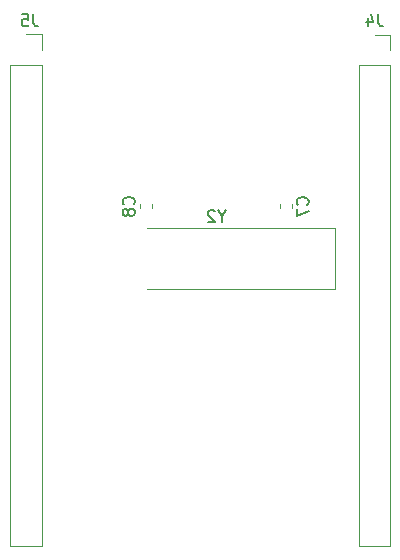
<source format=gbr>
G04 #@! TF.GenerationSoftware,KiCad,Pcbnew,(5.1.4)-1*
G04 #@! TF.CreationDate,2020-03-23T23:33:49-05:00*
G04 #@! TF.ProjectId,ExOneMicrorocessor,45784f6e-654d-4696-9372-6f726f636573,rev?*
G04 #@! TF.SameCoordinates,Original*
G04 #@! TF.FileFunction,Legend,Bot*
G04 #@! TF.FilePolarity,Positive*
%FSLAX46Y46*%
G04 Gerber Fmt 4.6, Leading zero omitted, Abs format (unit mm)*
G04 Created by KiCad (PCBNEW (5.1.4)-1) date 2020-03-23 23:33:49*
%MOMM*%
%LPD*%
G04 APERTURE LIST*
%ADD10C,0.120000*%
%ADD11C,0.150000*%
G04 APERTURE END LIST*
D10*
X141690400Y-80915200D02*
X140360400Y-80915200D01*
X141690400Y-82245200D02*
X141690400Y-80915200D01*
X141690400Y-83515200D02*
X139030400Y-83515200D01*
X139030400Y-83515200D02*
X139030400Y-124215200D01*
X141690400Y-83515200D02*
X141690400Y-124215200D01*
X141690400Y-124215200D02*
X139030400Y-124215200D01*
X171205200Y-80940600D02*
X169875200Y-80940600D01*
X171205200Y-82270600D02*
X171205200Y-80940600D01*
X171205200Y-83540600D02*
X168545200Y-83540600D01*
X168545200Y-83540600D02*
X168545200Y-124240600D01*
X171205200Y-83540600D02*
X171205200Y-124240600D01*
X171205200Y-124240600D02*
X168545200Y-124240600D01*
X166545100Y-102448200D02*
X150570100Y-102448200D01*
X166545100Y-97348200D02*
X166545100Y-102448200D01*
X150570100Y-97348200D02*
X166545100Y-97348200D01*
X151055800Y-95321333D02*
X151055800Y-95663867D01*
X150035800Y-95321333D02*
X150035800Y-95663867D01*
X162917600Y-95295933D02*
X162917600Y-95638467D01*
X161897600Y-95295933D02*
X161897600Y-95638467D01*
D11*
X140998533Y-79233780D02*
X140998533Y-79948066D01*
X141046152Y-80090923D01*
X141141390Y-80186161D01*
X141284247Y-80233780D01*
X141379485Y-80233780D01*
X140046152Y-79233780D02*
X140522342Y-79233780D01*
X140569961Y-79709971D01*
X140522342Y-79662352D01*
X140427104Y-79614733D01*
X140189009Y-79614733D01*
X140093771Y-79662352D01*
X140046152Y-79709971D01*
X139998533Y-79805209D01*
X139998533Y-80043304D01*
X140046152Y-80138542D01*
X140093771Y-80186161D01*
X140189009Y-80233780D01*
X140427104Y-80233780D01*
X140522342Y-80186161D01*
X140569961Y-80138542D01*
X170208533Y-79233780D02*
X170208533Y-79948066D01*
X170256152Y-80090923D01*
X170351390Y-80186161D01*
X170494247Y-80233780D01*
X170589485Y-80233780D01*
X169303771Y-79567114D02*
X169303771Y-80233780D01*
X169541866Y-79186161D02*
X169779961Y-79900447D01*
X169160914Y-79900447D01*
X156946290Y-96324390D02*
X156946290Y-96800580D01*
X157279623Y-95800580D02*
X156946290Y-96324390D01*
X156612957Y-95800580D01*
X156327242Y-95895819D02*
X156279623Y-95848200D01*
X156184385Y-95800580D01*
X155946290Y-95800580D01*
X155851052Y-95848200D01*
X155803433Y-95895819D01*
X155755814Y-95991057D01*
X155755814Y-96086295D01*
X155803433Y-96229152D01*
X156374861Y-96800580D01*
X155755814Y-96800580D01*
X149472942Y-95325933D02*
X149520561Y-95278314D01*
X149568180Y-95135457D01*
X149568180Y-95040219D01*
X149520561Y-94897361D01*
X149425323Y-94802123D01*
X149330085Y-94754504D01*
X149139609Y-94706885D01*
X148996752Y-94706885D01*
X148806276Y-94754504D01*
X148711038Y-94802123D01*
X148615800Y-94897361D01*
X148568180Y-95040219D01*
X148568180Y-95135457D01*
X148615800Y-95278314D01*
X148663419Y-95325933D01*
X148996752Y-95897361D02*
X148949133Y-95802123D01*
X148901514Y-95754504D01*
X148806276Y-95706885D01*
X148758657Y-95706885D01*
X148663419Y-95754504D01*
X148615800Y-95802123D01*
X148568180Y-95897361D01*
X148568180Y-96087838D01*
X148615800Y-96183076D01*
X148663419Y-96230695D01*
X148758657Y-96278314D01*
X148806276Y-96278314D01*
X148901514Y-96230695D01*
X148949133Y-96183076D01*
X148996752Y-96087838D01*
X148996752Y-95897361D01*
X149044371Y-95802123D01*
X149091990Y-95754504D01*
X149187228Y-95706885D01*
X149377704Y-95706885D01*
X149472942Y-95754504D01*
X149520561Y-95802123D01*
X149568180Y-95897361D01*
X149568180Y-96087838D01*
X149520561Y-96183076D01*
X149472942Y-96230695D01*
X149377704Y-96278314D01*
X149187228Y-96278314D01*
X149091990Y-96230695D01*
X149044371Y-96183076D01*
X148996752Y-96087838D01*
X164187142Y-95339933D02*
X164234761Y-95292314D01*
X164282380Y-95149457D01*
X164282380Y-95054219D01*
X164234761Y-94911361D01*
X164139523Y-94816123D01*
X164044285Y-94768504D01*
X163853809Y-94720885D01*
X163710952Y-94720885D01*
X163520476Y-94768504D01*
X163425238Y-94816123D01*
X163330000Y-94911361D01*
X163282380Y-95054219D01*
X163282380Y-95149457D01*
X163330000Y-95292314D01*
X163377619Y-95339933D01*
X163282380Y-95673266D02*
X163282380Y-96339933D01*
X164282380Y-95911361D01*
M02*

</source>
